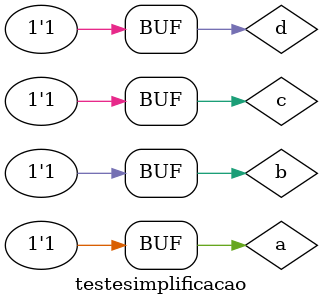
<source format=v>

module simplificacao(s0, a, b, c, d);

output s0;
input a, b, c, d;

wire s1, s2, s3, s4, s5, s6;

and AND1(s4, s1, c);
and AND2(s5, s2, c);
and AND3(s6, a, b, s3);
or OR1(s0, s4, s5, s6);
not NOT1(s1, a);
not NOT2(s2, b);
not NOT3(s3, d);

endmodule //end module simplificacao


module testesimplificacao;

reg a, b, c, d;
wire s0, s1, s2, s3, s4, s5, s6;

simplificacao SP1 (s0, a, b, c, d);

initial begin:start
a=0; b=0; c=0; d=0;    
end

initial begin:main
      $display("Andre Sulivam 391998");
      $display("Guia 08 Ex:01");
		$display("Simplificacao por Quine-McCluskey da funcao = f ( a, b, c, d ) = SoP ( m( 2, 3, 6, 7, 10, 11, 12, 14 ) )");
$display("\na b c d = s0\n");
$monitor("%b %b %b %b = %b", a, b, c, d, s0);
#1 a=0; b=0; c=0; d=1;
#1 a=0; b=0; c=1; d=0;
#1 a=0; b=0; c=1; d=1;
#1 a=0; b=1; c=0; d=0;
#1 a=0; b=1; c=0; d=1;
#1 a=0; b=1; c=1; d=0;
#1 a=0; b=1; c=1; d=1;
#1 a=1; b=0; c=0; d=0;
#1 a=1; b=0; c=0; d=1;
#1 a=1; b=0; c=1; d=0;
#1 a=1; b=0; c=1; d=1;
#1 a=1; b=1; c=0; d=0;
#1 a=1; b=1; c=0; d=1;
#1 a=1; b=1; c=1; d=0;
#1 a=1; b=1; c=1; d=1;

end
 
endmodule //end teste simplificacao



/*

    
    Andre Sulivam 391998
    Guia 08 Ex:01
    Simplificacao por Quine-McCluskey da funcao = f ( a, b, c, d ) = SoP ( m( 2, 3, 6, 7, 10, 11, 12, 14 ) )
    
    a b c d = s0
    
    0 0 0 0 = 0
    0 0 0 1 = 0
    0 0 1 0 = 1
    0 0 1 1 = 1
    0 1 0 0 = 0
    0 1 0 1 = 0
    0 1 1 0 = 1
    0 1 1 1 = 1
    1 0 0 0 = 0
    1 0 0 1 = 0
    1 0 1 0 = 1
    1 0 1 1 = 1
    1 1 0 0 = 1
    1 1 0 1 = 0
    1 1 1 0 = 1
    1 1 1 1 = 0
    

*/



</source>
